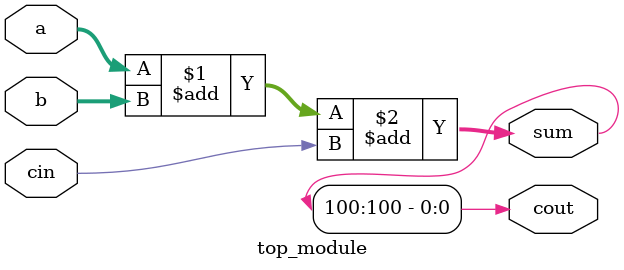
<source format=v>
module top_module( 
    input [99:0] a, b,
    input cin,
    output cout,
    output [100:0] sum );

    assign sum = a + b + cin;
    assign cout = sum[100];
    
    
endmodule

</source>
